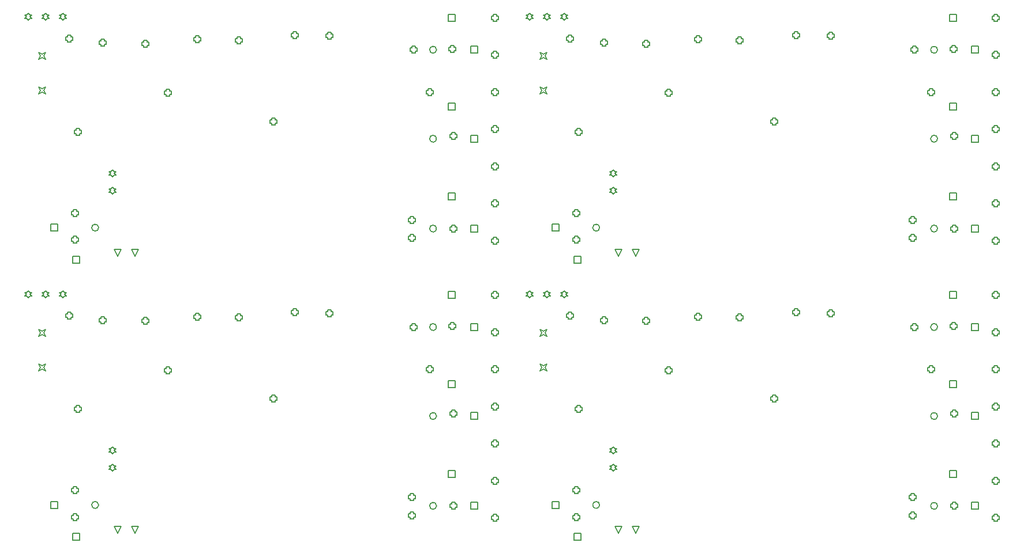
<source format=gbr>
%TF.GenerationSoftware,Altium Limited,Altium Designer,23.1.1 (15)*%
G04 Layer_Color=2752767*
%FSLAX45Y45*%
%MOMM*%
%TF.SameCoordinates,4CCFFED5-D059-4900-A68D-9618ACEA1AB5*%
%TF.FilePolarity,Positive*%
%TF.FileFunction,Drawing*%
%TF.Part,CustomerPanel*%
G01*
G75*
%TA.AperFunction,NonConductor*%
%ADD40C,0.12700*%
%ADD77C,0.16933*%
D40*
X9123799Y7772097D02*
Y7873697D01*
X9225399D01*
Y7772097D01*
X9123799D01*
X9448800Y7302100D02*
Y7403700D01*
X9550400D01*
Y7302100D01*
X9448800D01*
X4521200Y4318000D02*
X4470400Y4419600D01*
X4572000D01*
X4521200Y4318000D01*
X4267200D02*
X4216400Y4419600D01*
X4318000D01*
X4267200Y4318000D01*
X9123799Y5143197D02*
Y5244797D01*
X9225399D01*
Y5143197D01*
X9123799D01*
X9448800Y4673200D02*
Y4774800D01*
X9550400D01*
Y4673200D01*
X9448800D01*
X3467100Y7785100D02*
X3492500Y7810500D01*
X3517900D01*
X3492500Y7835900D01*
X3517900Y7861300D01*
X3492500D01*
X3467100Y7886700D01*
X3441700Y7861300D01*
X3416300D01*
X3441700Y7835900D01*
X3416300Y7810500D01*
X3441700D01*
X3467100Y7785100D01*
X2959100D02*
X2984500Y7810500D01*
X3009900D01*
X2984500Y7835900D01*
X3009900Y7861300D01*
X2984500D01*
X2959100Y7886700D01*
X2933700Y7861300D01*
X2908300D01*
X2933700Y7835900D01*
X2908300Y7810500D01*
X2933700D01*
X2959100Y7785100D01*
X3213100D02*
X3238500Y7810500D01*
X3263900D01*
X3238500Y7835900D01*
X3263900Y7861300D01*
X3238500D01*
X3213100Y7886700D01*
X3187700Y7861300D01*
X3162300D01*
X3187700Y7835900D01*
X3162300Y7810500D01*
X3187700D01*
X3213100Y7785100D01*
X9123799Y6463997D02*
Y6565597D01*
X9225399D01*
Y6463997D01*
X9123799D01*
X9448800Y5994000D02*
Y6095600D01*
X9550400D01*
Y5994000D01*
X9448800D01*
X3289300Y4686300D02*
Y4787900D01*
X3390900D01*
Y4686300D01*
X3289300D01*
X3614301Y4216303D02*
Y4317903D01*
X3715901D01*
Y4216303D01*
X3614301D01*
X4191000Y5486400D02*
X4216400Y5511800D01*
X4241800D01*
X4216400Y5537200D01*
X4241800Y5562600D01*
X4216400D01*
X4191000Y5588000D01*
X4165600Y5562600D01*
X4140200D01*
X4165600Y5537200D01*
X4140200Y5511800D01*
X4165600D01*
X4191000Y5486400D01*
Y5232400D02*
X4216400Y5257800D01*
X4241800D01*
X4216400Y5283200D01*
X4241800Y5308600D01*
X4216400D01*
X4191000Y5334000D01*
X4165600Y5308600D01*
X4140200D01*
X4165600Y5283200D01*
X4140200Y5257800D01*
X4165600D01*
X4191000Y5232400D01*
X3111500Y7213600D02*
X3136900Y7264400D01*
X3111500Y7315200D01*
X3162300Y7289800D01*
X3213100Y7315200D01*
X3187700Y7264400D01*
X3213100Y7213600D01*
X3162300Y7239000D01*
X3111500Y7213600D01*
Y6705600D02*
X3136900Y6756400D01*
X3111500Y6807200D01*
X3162300Y6781800D01*
X3213100Y6807200D01*
X3187700Y6756400D01*
X3213100Y6705600D01*
X3162300Y6731000D01*
X3111500Y6705600D01*
X8585200Y7327900D02*
Y7302500D01*
X8636000D01*
Y7327900D01*
X8661400D01*
Y7378700D01*
X8636000D01*
Y7404100D01*
X8585200D01*
Y7378700D01*
X8559800D01*
Y7327900D01*
X8585200D01*
X9156700Y7340600D02*
Y7315200D01*
X9207500D01*
Y7340600D01*
X9232900D01*
Y7391400D01*
X9207500D01*
Y7416800D01*
X9156700D01*
Y7391400D01*
X9131300D01*
Y7340600D01*
X9156700D01*
X9169400Y6057900D02*
Y6032500D01*
X9220200D01*
Y6057900D01*
X9245600D01*
Y6108700D01*
X9220200D01*
Y6134100D01*
X9169400D01*
Y6108700D01*
X9144000D01*
Y6057900D01*
X9169400D01*
Y4699000D02*
Y4673600D01*
X9220200D01*
Y4699000D01*
X9245600D01*
Y4749800D01*
X9220200D01*
Y4775200D01*
X9169400D01*
Y4749800D01*
X9144000D01*
Y4699000D01*
X9169400D01*
X3530600Y7493000D02*
Y7467600D01*
X3581400D01*
Y7493000D01*
X3606800D01*
Y7543800D01*
X3581400D01*
Y7569200D01*
X3530600D01*
Y7543800D01*
X3505200D01*
Y7493000D01*
X3530600D01*
X3619500Y4533900D02*
Y4508500D01*
X3670300D01*
Y4533900D01*
X3695700D01*
Y4584700D01*
X3670300D01*
Y4610100D01*
X3619500D01*
Y4584700D01*
X3594100D01*
Y4533900D01*
X3619500D01*
Y4927600D02*
Y4902200D01*
X3670300D01*
Y4927600D01*
X3695700D01*
Y4978400D01*
X3670300D01*
Y5003800D01*
X3619500D01*
Y4978400D01*
X3594100D01*
Y4927600D01*
X3619500D01*
X4648200Y7416800D02*
Y7391400D01*
X4699000D01*
Y7416800D01*
X4724400D01*
Y7467600D01*
X4699000D01*
Y7493000D01*
X4648200D01*
Y7467600D01*
X4622800D01*
Y7416800D01*
X4648200D01*
X4025900Y7429500D02*
Y7404100D01*
X4076700D01*
Y7429500D01*
X4102100D01*
Y7480300D01*
X4076700D01*
Y7505700D01*
X4025900D01*
Y7480300D01*
X4000500D01*
Y7429500D01*
X4025900D01*
X6019800Y7467600D02*
Y7442200D01*
X6070600D01*
Y7467600D01*
X6096000D01*
Y7518400D01*
X6070600D01*
Y7543800D01*
X6019800D01*
Y7518400D01*
X5994400D01*
Y7467600D01*
X6019800D01*
X5410200Y7480300D02*
Y7454900D01*
X5461000D01*
Y7480300D01*
X5486400D01*
Y7531100D01*
X5461000D01*
Y7556500D01*
X5410200D01*
Y7531100D01*
X5384800D01*
Y7480300D01*
X5410200D01*
X7353300Y7531100D02*
Y7505700D01*
X7404100D01*
Y7531100D01*
X7429500D01*
Y7581900D01*
X7404100D01*
Y7607300D01*
X7353300D01*
Y7581900D01*
X7327900D01*
Y7531100D01*
X7353300D01*
X6845300Y7543800D02*
Y7518400D01*
X6896100D01*
Y7543800D01*
X6921500D01*
Y7594600D01*
X6896100D01*
Y7620000D01*
X6845300D01*
Y7594600D01*
X6819900D01*
Y7543800D01*
X6845300D01*
X9779000Y4521200D02*
Y4495800D01*
X9829800D01*
Y4521200D01*
X9855200D01*
Y4572000D01*
X9829800D01*
Y4597400D01*
X9779000D01*
Y4572000D01*
X9753600D01*
Y4521200D01*
X9779000D01*
Y5067300D02*
Y5041900D01*
X9829800D01*
Y5067300D01*
X9855200D01*
Y5118100D01*
X9829800D01*
Y5143500D01*
X9779000D01*
Y5118100D01*
X9753600D01*
Y5067300D01*
X9779000D01*
Y5613400D02*
Y5588000D01*
X9829800D01*
Y5613400D01*
X9855200D01*
Y5664200D01*
X9829800D01*
Y5689600D01*
X9779000D01*
Y5664200D01*
X9753600D01*
Y5613400D01*
X9779000D01*
Y6159500D02*
Y6134100D01*
X9829800D01*
Y6159500D01*
X9855200D01*
Y6210300D01*
X9829800D01*
Y6235700D01*
X9779000D01*
Y6210300D01*
X9753600D01*
Y6159500D01*
X9779000D01*
Y6705600D02*
Y6680200D01*
X9829800D01*
Y6705600D01*
X9855200D01*
Y6756400D01*
X9829800D01*
Y6781800D01*
X9779000D01*
Y6756400D01*
X9753600D01*
Y6705600D01*
X9779000D01*
Y7251700D02*
Y7226300D01*
X9829800D01*
Y7251700D01*
X9855200D01*
Y7302500D01*
X9829800D01*
Y7327900D01*
X9779000D01*
Y7302500D01*
X9753600D01*
Y7251700D01*
X9779000D01*
Y7797800D02*
Y7772400D01*
X9829800D01*
Y7797800D01*
X9855200D01*
Y7848600D01*
X9829800D01*
Y7874000D01*
X9779000D01*
Y7848600D01*
X9753600D01*
Y7797800D01*
X9779000D01*
X8559800Y4559300D02*
Y4533900D01*
X8610600D01*
Y4559300D01*
X8636000D01*
Y4610100D01*
X8610600D01*
Y4635500D01*
X8559800D01*
Y4610100D01*
X8534400D01*
Y4559300D01*
X8559800D01*
Y4826000D02*
Y4800600D01*
X8610600D01*
Y4826000D01*
X8636000D01*
Y4876800D01*
X8610600D01*
Y4902200D01*
X8559800D01*
Y4876800D01*
X8534400D01*
Y4826000D01*
X8559800D01*
X4978400Y6692900D02*
Y6667500D01*
X5029200D01*
Y6692900D01*
X5054600D01*
Y6743700D01*
X5029200D01*
Y6769100D01*
X4978400D01*
Y6743700D01*
X4953000D01*
Y6692900D01*
X4978400D01*
X3657600Y6121400D02*
Y6096000D01*
X3708400D01*
Y6121400D01*
X3733800D01*
Y6172200D01*
X3708400D01*
Y6197600D01*
X3657600D01*
Y6172200D01*
X3632200D01*
Y6121400D01*
X3657600D01*
X8826500Y6705600D02*
Y6680200D01*
X8877300D01*
Y6705600D01*
X8902700D01*
Y6756400D01*
X8877300D01*
Y6781800D01*
X8826500D01*
Y6756400D01*
X8801100D01*
Y6705600D01*
X8826500D01*
X6527800Y6273800D02*
Y6248400D01*
X6578600D01*
Y6273800D01*
X6604000D01*
Y6324600D01*
X6578600D01*
Y6350000D01*
X6527800D01*
Y6324600D01*
X6502400D01*
Y6273800D01*
X6527800D01*
X16477100Y7772097D02*
Y7873697D01*
X16578699D01*
Y7772097D01*
X16477100D01*
X16802100Y7302100D02*
Y7403700D01*
X16903700D01*
Y7302100D01*
X16802100D01*
X11874500Y4318000D02*
X11823700Y4419600D01*
X11925300D01*
X11874500Y4318000D01*
X11620500D02*
X11569700Y4419600D01*
X11671300D01*
X11620500Y4318000D01*
X16477100Y5143197D02*
Y5244797D01*
X16578699D01*
Y5143197D01*
X16477100D01*
X16802100Y4673200D02*
Y4774800D01*
X16903700D01*
Y4673200D01*
X16802100D01*
X10820400Y7785100D02*
X10845800Y7810500D01*
X10871200D01*
X10845800Y7835900D01*
X10871200Y7861300D01*
X10845800D01*
X10820400Y7886700D01*
X10795000Y7861300D01*
X10769600D01*
X10795000Y7835900D01*
X10769600Y7810500D01*
X10795000D01*
X10820400Y7785100D01*
X10312400D02*
X10337800Y7810500D01*
X10363200D01*
X10337800Y7835900D01*
X10363200Y7861300D01*
X10337800D01*
X10312400Y7886700D01*
X10287000Y7861300D01*
X10261600D01*
X10287000Y7835900D01*
X10261600Y7810500D01*
X10287000D01*
X10312400Y7785100D01*
X10566400D02*
X10591800Y7810500D01*
X10617200D01*
X10591800Y7835900D01*
X10617200Y7861300D01*
X10591800D01*
X10566400Y7886700D01*
X10541000Y7861300D01*
X10515600D01*
X10541000Y7835900D01*
X10515600Y7810500D01*
X10541000D01*
X10566400Y7785100D01*
X16477100Y6463997D02*
Y6565597D01*
X16578699D01*
Y6463997D01*
X16477100D01*
X16802100Y5994000D02*
Y6095600D01*
X16903700D01*
Y5994000D01*
X16802100D01*
X10642600Y4686300D02*
Y4787900D01*
X10744200D01*
Y4686300D01*
X10642600D01*
X10967601Y4216303D02*
Y4317903D01*
X11069201D01*
Y4216303D01*
X10967601D01*
X11544300Y5486400D02*
X11569700Y5511800D01*
X11595100D01*
X11569700Y5537200D01*
X11595100Y5562600D01*
X11569700D01*
X11544300Y5588000D01*
X11518900Y5562600D01*
X11493500D01*
X11518900Y5537200D01*
X11493500Y5511800D01*
X11518900D01*
X11544300Y5486400D01*
Y5232400D02*
X11569700Y5257800D01*
X11595100D01*
X11569700Y5283200D01*
X11595100Y5308600D01*
X11569700D01*
X11544300Y5334000D01*
X11518900Y5308600D01*
X11493500D01*
X11518900Y5283200D01*
X11493500Y5257800D01*
X11518900D01*
X11544300Y5232400D01*
X10464800Y7213600D02*
X10490200Y7264400D01*
X10464800Y7315200D01*
X10515600Y7289800D01*
X10566400Y7315200D01*
X10541000Y7264400D01*
X10566400Y7213600D01*
X10515600Y7239000D01*
X10464800Y7213600D01*
Y6705600D02*
X10490200Y6756400D01*
X10464800Y6807200D01*
X10515600Y6781800D01*
X10566400Y6807200D01*
X10541000Y6756400D01*
X10566400Y6705600D01*
X10515600Y6731000D01*
X10464800Y6705600D01*
X15938499Y7327900D02*
Y7302500D01*
X15989301D01*
Y7327900D01*
X16014700D01*
Y7378700D01*
X15989301D01*
Y7404100D01*
X15938499D01*
Y7378700D01*
X15913100D01*
Y7327900D01*
X15938499D01*
X16510001Y7340600D02*
Y7315200D01*
X16560800D01*
Y7340600D01*
X16586200D01*
Y7391400D01*
X16560800D01*
Y7416800D01*
X16510001D01*
Y7391400D01*
X16484599D01*
Y7340600D01*
X16510001D01*
X16522701Y6057900D02*
Y6032500D01*
X16573500D01*
Y6057900D01*
X16598900D01*
Y6108700D01*
X16573500D01*
Y6134100D01*
X16522701D01*
Y6108700D01*
X16497301D01*
Y6057900D01*
X16522701D01*
Y4699000D02*
Y4673600D01*
X16573500D01*
Y4699000D01*
X16598900D01*
Y4749800D01*
X16573500D01*
Y4775200D01*
X16522701D01*
Y4749800D01*
X16497301D01*
Y4699000D01*
X16522701D01*
X10883900Y7493000D02*
Y7467600D01*
X10934700D01*
Y7493000D01*
X10960100D01*
Y7543800D01*
X10934700D01*
Y7569200D01*
X10883900D01*
Y7543800D01*
X10858500D01*
Y7493000D01*
X10883900D01*
X10972800Y4533900D02*
Y4508500D01*
X11023600D01*
Y4533900D01*
X11049000D01*
Y4584700D01*
X11023600D01*
Y4610100D01*
X10972800D01*
Y4584700D01*
X10947400D01*
Y4533900D01*
X10972800D01*
Y4927600D02*
Y4902200D01*
X11023600D01*
Y4927600D01*
X11049000D01*
Y4978400D01*
X11023600D01*
Y5003800D01*
X10972800D01*
Y4978400D01*
X10947400D01*
Y4927600D01*
X10972800D01*
X12001500Y7416800D02*
Y7391400D01*
X12052300D01*
Y7416800D01*
X12077700D01*
Y7467600D01*
X12052300D01*
Y7493000D01*
X12001500D01*
Y7467600D01*
X11976100D01*
Y7416800D01*
X12001500D01*
X11379200Y7429500D02*
Y7404100D01*
X11430000D01*
Y7429500D01*
X11455400D01*
Y7480300D01*
X11430000D01*
Y7505700D01*
X11379200D01*
Y7480300D01*
X11353800D01*
Y7429500D01*
X11379200D01*
X13373100Y7467600D02*
Y7442200D01*
X13423900D01*
Y7467600D01*
X13449300D01*
Y7518400D01*
X13423900D01*
Y7543800D01*
X13373100D01*
Y7518400D01*
X13347701D01*
Y7467600D01*
X13373100D01*
X12763500Y7480300D02*
Y7454900D01*
X12814301D01*
Y7480300D01*
X12839700D01*
Y7531100D01*
X12814301D01*
Y7556500D01*
X12763500D01*
Y7531100D01*
X12738100D01*
Y7480300D01*
X12763500D01*
X14706599Y7531100D02*
Y7505700D01*
X14757401D01*
Y7531100D01*
X14782800D01*
Y7581900D01*
X14757401D01*
Y7607300D01*
X14706599D01*
Y7581900D01*
X14681200D01*
Y7531100D01*
X14706599D01*
X14198599Y7543800D02*
Y7518400D01*
X14249400D01*
Y7543800D01*
X14274800D01*
Y7594600D01*
X14249400D01*
Y7620000D01*
X14198599D01*
Y7594600D01*
X14173199D01*
Y7543800D01*
X14198599D01*
X17132300Y4521200D02*
Y4495800D01*
X17183099D01*
Y4521200D01*
X17208501D01*
Y4572000D01*
X17183099D01*
Y4597400D01*
X17132300D01*
Y4572000D01*
X17106900D01*
Y4521200D01*
X17132300D01*
Y5067300D02*
Y5041900D01*
X17183099D01*
Y5067300D01*
X17208501D01*
Y5118100D01*
X17183099D01*
Y5143500D01*
X17132300D01*
Y5118100D01*
X17106900D01*
Y5067300D01*
X17132300D01*
Y5613400D02*
Y5588000D01*
X17183099D01*
Y5613400D01*
X17208501D01*
Y5664200D01*
X17183099D01*
Y5689600D01*
X17132300D01*
Y5664200D01*
X17106900D01*
Y5613400D01*
X17132300D01*
Y6159500D02*
Y6134100D01*
X17183099D01*
Y6159500D01*
X17208501D01*
Y6210300D01*
X17183099D01*
Y6235700D01*
X17132300D01*
Y6210300D01*
X17106900D01*
Y6159500D01*
X17132300D01*
Y6705600D02*
Y6680200D01*
X17183099D01*
Y6705600D01*
X17208501D01*
Y6756400D01*
X17183099D01*
Y6781800D01*
X17132300D01*
Y6756400D01*
X17106900D01*
Y6705600D01*
X17132300D01*
Y7251700D02*
Y7226300D01*
X17183099D01*
Y7251700D01*
X17208501D01*
Y7302500D01*
X17183099D01*
Y7327900D01*
X17132300D01*
Y7302500D01*
X17106900D01*
Y7251700D01*
X17132300D01*
Y7797800D02*
Y7772400D01*
X17183099D01*
Y7797800D01*
X17208501D01*
Y7848600D01*
X17183099D01*
Y7874000D01*
X17132300D01*
Y7848600D01*
X17106900D01*
Y7797800D01*
X17132300D01*
X15913100Y4559300D02*
Y4533900D01*
X15963901D01*
Y4559300D01*
X15989301D01*
Y4610100D01*
X15963901D01*
Y4635500D01*
X15913100D01*
Y4610100D01*
X15887700D01*
Y4559300D01*
X15913100D01*
Y4826000D02*
Y4800600D01*
X15963901D01*
Y4826000D01*
X15989301D01*
Y4876800D01*
X15963901D01*
Y4902200D01*
X15913100D01*
Y4876800D01*
X15887700D01*
Y4826000D01*
X15913100D01*
X12331700Y6692900D02*
Y6667500D01*
X12382500D01*
Y6692900D01*
X12407900D01*
Y6743700D01*
X12382500D01*
Y6769100D01*
X12331700D01*
Y6743700D01*
X12306300D01*
Y6692900D01*
X12331700D01*
X11010900Y6121400D02*
Y6096000D01*
X11061700D01*
Y6121400D01*
X11087100D01*
Y6172200D01*
X11061700D01*
Y6197600D01*
X11010900D01*
Y6172200D01*
X10985500D01*
Y6121400D01*
X11010900D01*
X16179800Y6705600D02*
Y6680200D01*
X16230600D01*
Y6705600D01*
X16256000D01*
Y6756400D01*
X16230600D01*
Y6781800D01*
X16179800D01*
Y6756400D01*
X16154401D01*
Y6705600D01*
X16179800D01*
X13881100Y6273800D02*
Y6248400D01*
X13931900D01*
Y6273800D01*
X13957300D01*
Y6324600D01*
X13931900D01*
Y6350000D01*
X13881100D01*
Y6324600D01*
X13855701D01*
Y6273800D01*
X13881100D01*
X9123799Y11848797D02*
Y11950397D01*
X9225399D01*
Y11848797D01*
X9123799D01*
X9448800Y11378800D02*
Y11480400D01*
X9550400D01*
Y11378800D01*
X9448800D01*
X4521200Y8394700D02*
X4470400Y8496300D01*
X4572000D01*
X4521200Y8394700D01*
X4267200D02*
X4216400Y8496300D01*
X4318000D01*
X4267200Y8394700D01*
X9123799Y9219897D02*
Y9321497D01*
X9225399D01*
Y9219897D01*
X9123799D01*
X9448800Y8749900D02*
Y8851500D01*
X9550400D01*
Y8749900D01*
X9448800D01*
X3467100Y11861800D02*
X3492500Y11887200D01*
X3517900D01*
X3492500Y11912600D01*
X3517900Y11938000D01*
X3492500D01*
X3467100Y11963400D01*
X3441700Y11938000D01*
X3416300D01*
X3441700Y11912600D01*
X3416300Y11887200D01*
X3441700D01*
X3467100Y11861800D01*
X2959100D02*
X2984500Y11887200D01*
X3009900D01*
X2984500Y11912600D01*
X3009900Y11938000D01*
X2984500D01*
X2959100Y11963400D01*
X2933700Y11938000D01*
X2908300D01*
X2933700Y11912600D01*
X2908300Y11887200D01*
X2933700D01*
X2959100Y11861800D01*
X3213100D02*
X3238500Y11887200D01*
X3263900D01*
X3238500Y11912600D01*
X3263900Y11938000D01*
X3238500D01*
X3213100Y11963400D01*
X3187700Y11938000D01*
X3162300D01*
X3187700Y11912600D01*
X3162300Y11887200D01*
X3187700D01*
X3213100Y11861800D01*
X9123799Y10540697D02*
Y10642297D01*
X9225399D01*
Y10540697D01*
X9123799D01*
X9448800Y10070700D02*
Y10172300D01*
X9550400D01*
Y10070700D01*
X9448800D01*
X3289300Y8763000D02*
Y8864600D01*
X3390900D01*
Y8763000D01*
X3289300D01*
X3614301Y8293003D02*
Y8394603D01*
X3715901D01*
Y8293003D01*
X3614301D01*
X4191000Y9563100D02*
X4216400Y9588500D01*
X4241800D01*
X4216400Y9613900D01*
X4241800Y9639300D01*
X4216400D01*
X4191000Y9664700D01*
X4165600Y9639300D01*
X4140200D01*
X4165600Y9613900D01*
X4140200Y9588500D01*
X4165600D01*
X4191000Y9563100D01*
Y9309100D02*
X4216400Y9334500D01*
X4241800D01*
X4216400Y9359900D01*
X4241800Y9385300D01*
X4216400D01*
X4191000Y9410700D01*
X4165600Y9385300D01*
X4140200D01*
X4165600Y9359900D01*
X4140200Y9334500D01*
X4165600D01*
X4191000Y9309100D01*
X3111500Y11290300D02*
X3136900Y11341100D01*
X3111500Y11391900D01*
X3162300Y11366500D01*
X3213100Y11391900D01*
X3187700Y11341100D01*
X3213100Y11290300D01*
X3162300Y11315700D01*
X3111500Y11290300D01*
Y10782300D02*
X3136900Y10833100D01*
X3111500Y10883900D01*
X3162300Y10858500D01*
X3213100Y10883900D01*
X3187700Y10833100D01*
X3213100Y10782300D01*
X3162300Y10807700D01*
X3111500Y10782300D01*
X8585200Y11404600D02*
Y11379200D01*
X8636000D01*
Y11404600D01*
X8661400D01*
Y11455400D01*
X8636000D01*
Y11480800D01*
X8585200D01*
Y11455400D01*
X8559800D01*
Y11404600D01*
X8585200D01*
X9156700Y11417300D02*
Y11391900D01*
X9207500D01*
Y11417300D01*
X9232900D01*
Y11468100D01*
X9207500D01*
Y11493500D01*
X9156700D01*
Y11468100D01*
X9131300D01*
Y11417300D01*
X9156700D01*
X9169400Y10134600D02*
Y10109200D01*
X9220200D01*
Y10134600D01*
X9245600D01*
Y10185400D01*
X9220200D01*
Y10210800D01*
X9169400D01*
Y10185400D01*
X9144000D01*
Y10134600D01*
X9169400D01*
Y8775700D02*
Y8750300D01*
X9220200D01*
Y8775700D01*
X9245600D01*
Y8826500D01*
X9220200D01*
Y8851900D01*
X9169400D01*
Y8826500D01*
X9144000D01*
Y8775700D01*
X9169400D01*
X3530600Y11569700D02*
Y11544300D01*
X3581400D01*
Y11569700D01*
X3606800D01*
Y11620500D01*
X3581400D01*
Y11645900D01*
X3530600D01*
Y11620500D01*
X3505200D01*
Y11569700D01*
X3530600D01*
X3619500Y8610600D02*
Y8585200D01*
X3670300D01*
Y8610600D01*
X3695700D01*
Y8661400D01*
X3670300D01*
Y8686800D01*
X3619500D01*
Y8661400D01*
X3594100D01*
Y8610600D01*
X3619500D01*
Y9004300D02*
Y8978900D01*
X3670300D01*
Y9004300D01*
X3695700D01*
Y9055100D01*
X3670300D01*
Y9080500D01*
X3619500D01*
Y9055100D01*
X3594100D01*
Y9004300D01*
X3619500D01*
X4648200Y11493500D02*
Y11468100D01*
X4699000D01*
Y11493500D01*
X4724400D01*
Y11544300D01*
X4699000D01*
Y11569700D01*
X4648200D01*
Y11544300D01*
X4622800D01*
Y11493500D01*
X4648200D01*
X4025900Y11506200D02*
Y11480800D01*
X4076700D01*
Y11506200D01*
X4102100D01*
Y11557000D01*
X4076700D01*
Y11582400D01*
X4025900D01*
Y11557000D01*
X4000500D01*
Y11506200D01*
X4025900D01*
X6019800Y11544300D02*
Y11518900D01*
X6070600D01*
Y11544300D01*
X6096000D01*
Y11595100D01*
X6070600D01*
Y11620500D01*
X6019800D01*
Y11595100D01*
X5994400D01*
Y11544300D01*
X6019800D01*
X5410200Y11557000D02*
Y11531600D01*
X5461000D01*
Y11557000D01*
X5486400D01*
Y11607800D01*
X5461000D01*
Y11633200D01*
X5410200D01*
Y11607800D01*
X5384800D01*
Y11557000D01*
X5410200D01*
X7353300Y11607800D02*
Y11582400D01*
X7404100D01*
Y11607800D01*
X7429500D01*
Y11658600D01*
X7404100D01*
Y11684000D01*
X7353300D01*
Y11658600D01*
X7327900D01*
Y11607800D01*
X7353300D01*
X6845300Y11620500D02*
Y11595100D01*
X6896100D01*
Y11620500D01*
X6921500D01*
Y11671300D01*
X6896100D01*
Y11696700D01*
X6845300D01*
Y11671300D01*
X6819900D01*
Y11620500D01*
X6845300D01*
X9779000Y8597900D02*
Y8572500D01*
X9829800D01*
Y8597900D01*
X9855200D01*
Y8648700D01*
X9829800D01*
Y8674100D01*
X9779000D01*
Y8648700D01*
X9753600D01*
Y8597900D01*
X9779000D01*
Y9144000D02*
Y9118600D01*
X9829800D01*
Y9144000D01*
X9855200D01*
Y9194800D01*
X9829800D01*
Y9220200D01*
X9779000D01*
Y9194800D01*
X9753600D01*
Y9144000D01*
X9779000D01*
Y9690100D02*
Y9664700D01*
X9829800D01*
Y9690100D01*
X9855200D01*
Y9740900D01*
X9829800D01*
Y9766300D01*
X9779000D01*
Y9740900D01*
X9753600D01*
Y9690100D01*
X9779000D01*
Y10236200D02*
Y10210800D01*
X9829800D01*
Y10236200D01*
X9855200D01*
Y10287000D01*
X9829800D01*
Y10312400D01*
X9779000D01*
Y10287000D01*
X9753600D01*
Y10236200D01*
X9779000D01*
Y10782300D02*
Y10756900D01*
X9829800D01*
Y10782300D01*
X9855200D01*
Y10833100D01*
X9829800D01*
Y10858500D01*
X9779000D01*
Y10833100D01*
X9753600D01*
Y10782300D01*
X9779000D01*
Y11328400D02*
Y11303000D01*
X9829800D01*
Y11328400D01*
X9855200D01*
Y11379200D01*
X9829800D01*
Y11404600D01*
X9779000D01*
Y11379200D01*
X9753600D01*
Y11328400D01*
X9779000D01*
Y11874500D02*
Y11849100D01*
X9829800D01*
Y11874500D01*
X9855200D01*
Y11925300D01*
X9829800D01*
Y11950700D01*
X9779000D01*
Y11925300D01*
X9753600D01*
Y11874500D01*
X9779000D01*
X8559800Y8636000D02*
Y8610600D01*
X8610600D01*
Y8636000D01*
X8636000D01*
Y8686800D01*
X8610600D01*
Y8712200D01*
X8559800D01*
Y8686800D01*
X8534400D01*
Y8636000D01*
X8559800D01*
Y8902700D02*
Y8877300D01*
X8610600D01*
Y8902700D01*
X8636000D01*
Y8953500D01*
X8610600D01*
Y8978900D01*
X8559800D01*
Y8953500D01*
X8534400D01*
Y8902700D01*
X8559800D01*
X4978400Y10769600D02*
Y10744200D01*
X5029200D01*
Y10769600D01*
X5054600D01*
Y10820400D01*
X5029200D01*
Y10845800D01*
X4978400D01*
Y10820400D01*
X4953000D01*
Y10769600D01*
X4978400D01*
X3657600Y10198100D02*
Y10172700D01*
X3708400D01*
Y10198100D01*
X3733800D01*
Y10248900D01*
X3708400D01*
Y10274300D01*
X3657600D01*
Y10248900D01*
X3632200D01*
Y10198100D01*
X3657600D01*
X8826500Y10782300D02*
Y10756900D01*
X8877300D01*
Y10782300D01*
X8902700D01*
Y10833100D01*
X8877300D01*
Y10858500D01*
X8826500D01*
Y10833100D01*
X8801100D01*
Y10782300D01*
X8826500D01*
X6527800Y10350500D02*
Y10325100D01*
X6578600D01*
Y10350500D01*
X6604000D01*
Y10401300D01*
X6578600D01*
Y10426700D01*
X6527800D01*
Y10401300D01*
X6502400D01*
Y10350500D01*
X6527800D01*
X16477100Y11848797D02*
Y11950397D01*
X16578699D01*
Y11848797D01*
X16477100D01*
X16802100Y11378800D02*
Y11480400D01*
X16903700D01*
Y11378800D01*
X16802100D01*
X11874500Y8394700D02*
X11823700Y8496300D01*
X11925300D01*
X11874500Y8394700D01*
X11620500D02*
X11569700Y8496300D01*
X11671300D01*
X11620500Y8394700D01*
X16477100Y9219897D02*
Y9321497D01*
X16578699D01*
Y9219897D01*
X16477100D01*
X16802100Y8749900D02*
Y8851500D01*
X16903700D01*
Y8749900D01*
X16802100D01*
X10820400Y11861800D02*
X10845800Y11887200D01*
X10871200D01*
X10845800Y11912600D01*
X10871200Y11938000D01*
X10845800D01*
X10820400Y11963400D01*
X10795000Y11938000D01*
X10769600D01*
X10795000Y11912600D01*
X10769600Y11887200D01*
X10795000D01*
X10820400Y11861800D01*
X10312400D02*
X10337800Y11887200D01*
X10363200D01*
X10337800Y11912600D01*
X10363200Y11938000D01*
X10337800D01*
X10312400Y11963400D01*
X10287000Y11938000D01*
X10261600D01*
X10287000Y11912600D01*
X10261600Y11887200D01*
X10287000D01*
X10312400Y11861800D01*
X10566400D02*
X10591800Y11887200D01*
X10617200D01*
X10591800Y11912600D01*
X10617200Y11938000D01*
X10591800D01*
X10566400Y11963400D01*
X10541000Y11938000D01*
X10515600D01*
X10541000Y11912600D01*
X10515600Y11887200D01*
X10541000D01*
X10566400Y11861800D01*
X16477100Y10540697D02*
Y10642297D01*
X16578699D01*
Y10540697D01*
X16477100D01*
X16802100Y10070700D02*
Y10172300D01*
X16903700D01*
Y10070700D01*
X16802100D01*
X10642600Y8763000D02*
Y8864600D01*
X10744200D01*
Y8763000D01*
X10642600D01*
X10967601Y8293003D02*
Y8394603D01*
X11069201D01*
Y8293003D01*
X10967601D01*
X11544300Y9563100D02*
X11569700Y9588500D01*
X11595100D01*
X11569700Y9613900D01*
X11595100Y9639300D01*
X11569700D01*
X11544300Y9664700D01*
X11518900Y9639300D01*
X11493500D01*
X11518900Y9613900D01*
X11493500Y9588500D01*
X11518900D01*
X11544300Y9563100D01*
Y9309100D02*
X11569700Y9334500D01*
X11595100D01*
X11569700Y9359900D01*
X11595100Y9385300D01*
X11569700D01*
X11544300Y9410700D01*
X11518900Y9385300D01*
X11493500D01*
X11518900Y9359900D01*
X11493500Y9334500D01*
X11518900D01*
X11544300Y9309100D01*
X10464800Y11290300D02*
X10490200Y11341100D01*
X10464800Y11391900D01*
X10515600Y11366500D01*
X10566400Y11391900D01*
X10541000Y11341100D01*
X10566400Y11290300D01*
X10515600Y11315700D01*
X10464800Y11290300D01*
Y10782300D02*
X10490200Y10833100D01*
X10464800Y10883900D01*
X10515600Y10858500D01*
X10566400Y10883900D01*
X10541000Y10833100D01*
X10566400Y10782300D01*
X10515600Y10807700D01*
X10464800Y10782300D01*
X15938499Y11404600D02*
Y11379200D01*
X15989301D01*
Y11404600D01*
X16014700D01*
Y11455400D01*
X15989301D01*
Y11480800D01*
X15938499D01*
Y11455400D01*
X15913100D01*
Y11404600D01*
X15938499D01*
X16510001Y11417300D02*
Y11391900D01*
X16560800D01*
Y11417300D01*
X16586200D01*
Y11468100D01*
X16560800D01*
Y11493500D01*
X16510001D01*
Y11468100D01*
X16484599D01*
Y11417300D01*
X16510001D01*
X16522701Y10134600D02*
Y10109200D01*
X16573500D01*
Y10134600D01*
X16598900D01*
Y10185400D01*
X16573500D01*
Y10210800D01*
X16522701D01*
Y10185400D01*
X16497301D01*
Y10134600D01*
X16522701D01*
Y8775700D02*
Y8750300D01*
X16573500D01*
Y8775700D01*
X16598900D01*
Y8826500D01*
X16573500D01*
Y8851900D01*
X16522701D01*
Y8826500D01*
X16497301D01*
Y8775700D01*
X16522701D01*
X10883900Y11569700D02*
Y11544300D01*
X10934700D01*
Y11569700D01*
X10960100D01*
Y11620500D01*
X10934700D01*
Y11645900D01*
X10883900D01*
Y11620500D01*
X10858500D01*
Y11569700D01*
X10883900D01*
X10972800Y8610600D02*
Y8585200D01*
X11023600D01*
Y8610600D01*
X11049000D01*
Y8661400D01*
X11023600D01*
Y8686800D01*
X10972800D01*
Y8661400D01*
X10947400D01*
Y8610600D01*
X10972800D01*
Y9004300D02*
Y8978900D01*
X11023600D01*
Y9004300D01*
X11049000D01*
Y9055100D01*
X11023600D01*
Y9080500D01*
X10972800D01*
Y9055100D01*
X10947400D01*
Y9004300D01*
X10972800D01*
X12001500Y11493500D02*
Y11468100D01*
X12052300D01*
Y11493500D01*
X12077700D01*
Y11544300D01*
X12052300D01*
Y11569700D01*
X12001500D01*
Y11544300D01*
X11976100D01*
Y11493500D01*
X12001500D01*
X11379200Y11506200D02*
Y11480800D01*
X11430000D01*
Y11506200D01*
X11455400D01*
Y11557000D01*
X11430000D01*
Y11582400D01*
X11379200D01*
Y11557000D01*
X11353800D01*
Y11506200D01*
X11379200D01*
X13373100Y11544300D02*
Y11518900D01*
X13423900D01*
Y11544300D01*
X13449300D01*
Y11595100D01*
X13423900D01*
Y11620500D01*
X13373100D01*
Y11595100D01*
X13347701D01*
Y11544300D01*
X13373100D01*
X12763500Y11557000D02*
Y11531600D01*
X12814301D01*
Y11557000D01*
X12839700D01*
Y11607800D01*
X12814301D01*
Y11633200D01*
X12763500D01*
Y11607800D01*
X12738100D01*
Y11557000D01*
X12763500D01*
X14706599Y11607800D02*
Y11582400D01*
X14757401D01*
Y11607800D01*
X14782800D01*
Y11658600D01*
X14757401D01*
Y11684000D01*
X14706599D01*
Y11658600D01*
X14681200D01*
Y11607800D01*
X14706599D01*
X14198599Y11620500D02*
Y11595100D01*
X14249400D01*
Y11620500D01*
X14274800D01*
Y11671300D01*
X14249400D01*
Y11696700D01*
X14198599D01*
Y11671300D01*
X14173199D01*
Y11620500D01*
X14198599D01*
X17132300Y8597900D02*
Y8572500D01*
X17183099D01*
Y8597900D01*
X17208501D01*
Y8648700D01*
X17183099D01*
Y8674100D01*
X17132300D01*
Y8648700D01*
X17106900D01*
Y8597900D01*
X17132300D01*
Y9144000D02*
Y9118600D01*
X17183099D01*
Y9144000D01*
X17208501D01*
Y9194800D01*
X17183099D01*
Y9220200D01*
X17132300D01*
Y9194800D01*
X17106900D01*
Y9144000D01*
X17132300D01*
Y9690100D02*
Y9664700D01*
X17183099D01*
Y9690100D01*
X17208501D01*
Y9740900D01*
X17183099D01*
Y9766300D01*
X17132300D01*
Y9740900D01*
X17106900D01*
Y9690100D01*
X17132300D01*
Y10236200D02*
Y10210800D01*
X17183099D01*
Y10236200D01*
X17208501D01*
Y10287000D01*
X17183099D01*
Y10312400D01*
X17132300D01*
Y10287000D01*
X17106900D01*
Y10236200D01*
X17132300D01*
Y10782300D02*
Y10756900D01*
X17183099D01*
Y10782300D01*
X17208501D01*
Y10833100D01*
X17183099D01*
Y10858500D01*
X17132300D01*
Y10833100D01*
X17106900D01*
Y10782300D01*
X17132300D01*
Y11328400D02*
Y11303000D01*
X17183099D01*
Y11328400D01*
X17208501D01*
Y11379200D01*
X17183099D01*
Y11404600D01*
X17132300D01*
Y11379200D01*
X17106900D01*
Y11328400D01*
X17132300D01*
Y11874500D02*
Y11849100D01*
X17183099D01*
Y11874500D01*
X17208501D01*
Y11925300D01*
X17183099D01*
Y11950700D01*
X17132300D01*
Y11925300D01*
X17106900D01*
Y11874500D01*
X17132300D01*
X15913100Y8636000D02*
Y8610600D01*
X15963901D01*
Y8636000D01*
X15989301D01*
Y8686800D01*
X15963901D01*
Y8712200D01*
X15913100D01*
Y8686800D01*
X15887700D01*
Y8636000D01*
X15913100D01*
Y8902700D02*
Y8877300D01*
X15963901D01*
Y8902700D01*
X15989301D01*
Y8953500D01*
X15963901D01*
Y8978900D01*
X15913100D01*
Y8953500D01*
X15887700D01*
Y8902700D01*
X15913100D01*
X12331700Y10769600D02*
Y10744200D01*
X12382500D01*
Y10769600D01*
X12407900D01*
Y10820400D01*
X12382500D01*
Y10845800D01*
X12331700D01*
Y10820400D01*
X12306300D01*
Y10769600D01*
X12331700D01*
X11010900Y10198100D02*
Y10172700D01*
X11061700D01*
Y10198100D01*
X11087100D01*
Y10248900D01*
X11061700D01*
Y10274300D01*
X11010900D01*
Y10248900D01*
X10985500D01*
Y10198100D01*
X11010900D01*
X16179800Y10782300D02*
Y10756900D01*
X16230600D01*
Y10782300D01*
X16256000D01*
Y10833100D01*
X16230600D01*
Y10858500D01*
X16179800D01*
Y10833100D01*
X16154401D01*
Y10782300D01*
X16179800D01*
X13881100Y10350500D02*
Y10325100D01*
X13931900D01*
Y10350500D01*
X13957300D01*
Y10401300D01*
X13931900D01*
Y10426700D01*
X13881100D01*
Y10401300D01*
X13855701D01*
Y10350500D01*
X13881100D01*
D77*
X8950401Y7352897D02*
G03*
X8950401Y7352897I-50800J0D01*
G01*
Y4723997D02*
G03*
X8950401Y4723997I-50800J0D01*
G01*
Y6044797D02*
G03*
X8950401Y6044797I-50800J0D01*
G01*
X3990899Y4737103D02*
G03*
X3990899Y4737103I-50800J0D01*
G01*
X16303700Y7352897D02*
G03*
X16303700Y7352897I-50800J0D01*
G01*
Y4723997D02*
G03*
X16303700Y4723997I-50800J0D01*
G01*
Y6044797D02*
G03*
X16303700Y6044797I-50800J0D01*
G01*
X11344199Y4737103D02*
G03*
X11344199Y4737103I-50800J0D01*
G01*
X8950401Y11429597D02*
G03*
X8950401Y11429597I-50800J0D01*
G01*
Y8800697D02*
G03*
X8950401Y8800697I-50800J0D01*
G01*
Y10121497D02*
G03*
X8950401Y10121497I-50800J0D01*
G01*
X3990899Y8813803D02*
G03*
X3990899Y8813803I-50800J0D01*
G01*
X16303700Y11429597D02*
G03*
X16303700Y11429597I-50800J0D01*
G01*
Y8800697D02*
G03*
X16303700Y8800697I-50800J0D01*
G01*
Y10121497D02*
G03*
X16303700Y10121497I-50800J0D01*
G01*
X11344199Y8813803D02*
G03*
X11344199Y8813803I-50800J0D01*
G01*
%TF.MD5,2d15f63ed0c6da989ab182b010ee442d*%
M02*

</source>
